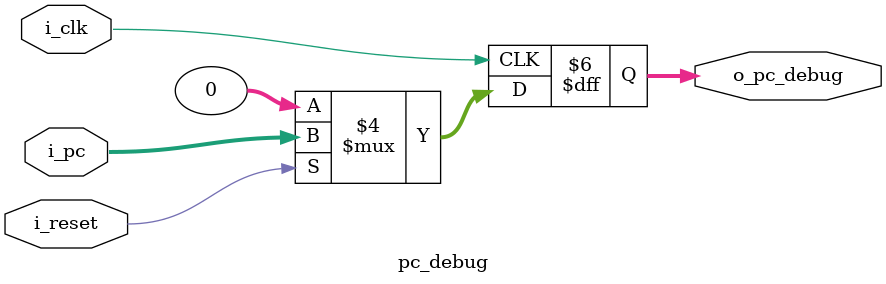
<source format=sv>


// endmodule

// module pc_debug(
	// input logic i_clk,
	// input logic i_rst,
	// input logic [31:0] pc_debug,
	// output logic [31:0] o_pc_debug
// );

// always @(posedge i_clk) begin
	// if (!i_rst) o_pc_debug <= 32'h00000000;
	// else o_pc_debug <= pc_debug;
	// end
// endmodule

module pc_debug (
  input  logic        i_clk,
  input  logic        i_reset,
  input  logic [31:0] i_pc,       
  output logic [31:0] o_pc_debug
);

always @(posedge i_clk) begin
	if (!i_reset) o_pc_debug <= 32'h00000000;
	else o_pc_debug <= i_pc;
end

endmodule

</source>
